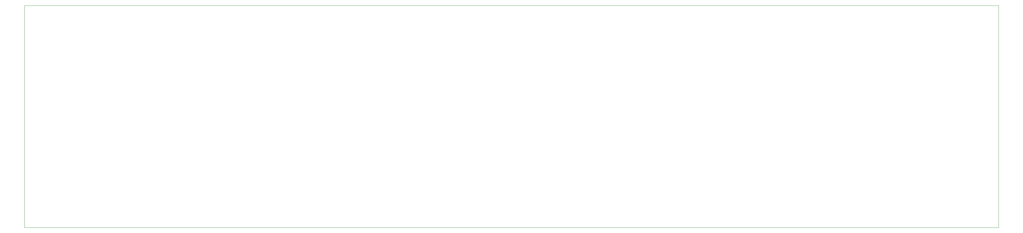
<source format=gm1>
G75*
G70*
%OFA0B0*%
%FSLAX25Y25*%
%IPPOS*%
%LPD*%
%AMOC8*
5,1,8,0,0,1.08239X$1,22.5*
%
%ADD10C,0.00100*%
D10*
X0010000Y-026516D02*
X0010000Y0243366D01*
X1191100Y0243366D01*
X1191100Y-026516D01*
X0010000Y-026516D01*
M02*

</source>
